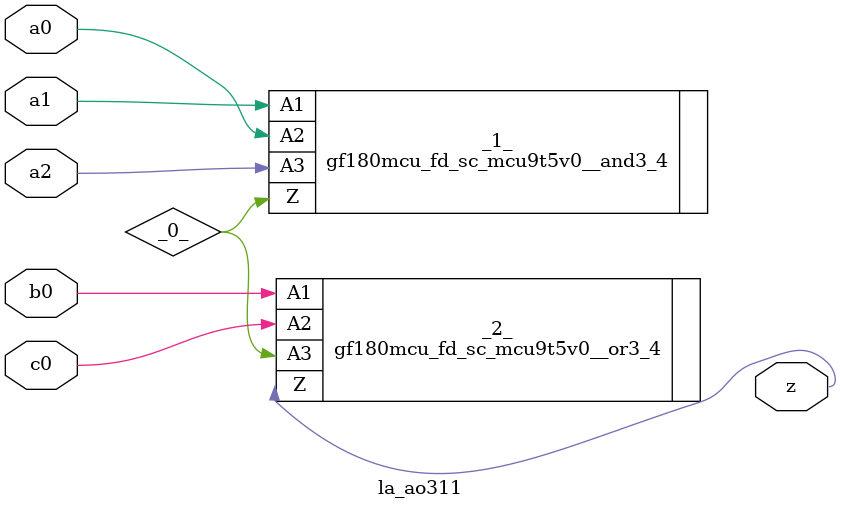
<source format=v>

/* Generated by Yosys 0.44 (git sha1 80ba43d26, g++ 11.4.0-1ubuntu1~22.04 -fPIC -O3) */

(* top =  1  *)
(* src = "generated" *)
(* keep_hierarchy *)
module la_ao311 (
    a0,
    a1,
    a2,
    b0,
    c0,
    z
);
  wire _0_;
  (* src = "generated" *)
  input a0;
  wire a0;
  (* src = "generated" *)
  input a1;
  wire a1;
  (* src = "generated" *)
  input a2;
  wire a2;
  (* src = "generated" *)
  input b0;
  wire b0;
  (* src = "generated" *)
  input c0;
  wire c0;
  (* src = "generated" *)
  output z;
  wire z;
  gf180mcu_fd_sc_mcu9t5v0__and3_4 _1_ (
      .A1(a1),
      .A2(a0),
      .A3(a2),
      .Z (_0_)
  );
  gf180mcu_fd_sc_mcu9t5v0__or3_4 _2_ (
      .A1(b0),
      .A2(c0),
      .A3(_0_),
      .Z (z)
  );
endmodule

</source>
